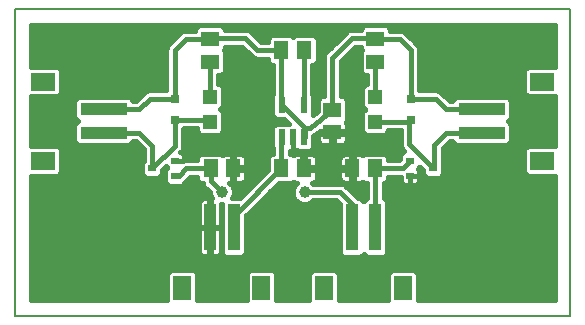
<source format=gtl>
G75*
%MOIN*%
%OFA0B0*%
%FSLAX25Y25*%
%IPPOS*%
%LPD*%
%AMOC8*
5,1,8,0,0,1.08239X$1,22.5*
%
%ADD10C,0.00800*%
%ADD11R,0.05118X0.05906*%
%ADD12R,0.05906X0.05118*%
%ADD13R,0.04724X0.04724*%
%ADD14R,0.03150X0.02756*%
%ADD15R,0.02559X0.02362*%
%ADD16R,0.07874X0.05906*%
%ADD17R,0.15748X0.03937*%
%ADD18R,0.02200X0.05200*%
%ADD19R,0.05906X0.07874*%
%ADD20R,0.03937X0.15748*%
%ADD21C,0.01600*%
%ADD22C,0.03962*%
D10*
X0001800Y0001800D02*
X0186839Y0001800D01*
X0186839Y0104162D01*
X0001800Y0104162D01*
X0001800Y0001800D01*
D11*
X0066957Y0051013D03*
X0074438Y0051013D03*
X0090580Y0051013D03*
X0098060Y0051013D03*
X0114202Y0051013D03*
X0121682Y0051013D03*
X0098060Y0090383D03*
X0090580Y0090383D03*
D12*
X0066761Y0094123D03*
X0066761Y0086643D03*
X0107568Y0070501D03*
X0107568Y0063020D03*
X0121879Y0086643D03*
X0121879Y0094123D03*
D13*
X0121879Y0074831D03*
X0121879Y0066564D03*
X0066761Y0066564D03*
X0066761Y0074831D03*
D14*
X0054950Y0074241D03*
X0054950Y0067154D03*
X0133690Y0067154D03*
X0133690Y0074241D03*
D15*
X0133493Y0053572D03*
X0141170Y0051013D03*
X0133493Y0048454D03*
X0055146Y0048454D03*
X0047469Y0051013D03*
X0055146Y0053572D03*
D16*
X0011249Y0053572D03*
X0011249Y0079950D03*
X0177391Y0079950D03*
X0177391Y0053572D03*
D17*
X0157312Y0062824D03*
X0157312Y0070698D03*
X0031328Y0070698D03*
X0031328Y0062824D03*
D18*
X0090620Y0061361D03*
X0094320Y0061361D03*
X0098020Y0061361D03*
X0098020Y0072161D03*
X0090620Y0072161D03*
D19*
X0083887Y0011249D03*
X0104753Y0011249D03*
X0131131Y0011249D03*
X0057509Y0011249D03*
D20*
X0066761Y0031328D03*
X0074635Y0031328D03*
X0114005Y0031328D03*
X0121879Y0031328D03*
D21*
X0121879Y0050816D01*
X0121682Y0051013D01*
X0130934Y0051013D01*
X0133493Y0053572D01*
X0130213Y0054252D02*
X0129774Y0053813D01*
X0126241Y0053813D01*
X0126241Y0054794D01*
X0125069Y0055965D01*
X0118294Y0055965D01*
X0117783Y0055454D01*
X0117455Y0055643D01*
X0116998Y0055765D01*
X0114681Y0055765D01*
X0114681Y0051492D01*
X0113722Y0051492D01*
X0113722Y0050533D01*
X0114681Y0050533D01*
X0114681Y0046260D01*
X0116998Y0046260D01*
X0117455Y0046383D01*
X0117783Y0046572D01*
X0118294Y0046060D01*
X0119079Y0046060D01*
X0119079Y0041198D01*
X0117942Y0040061D01*
X0116802Y0041202D01*
X0115965Y0041202D01*
X0115591Y0041575D01*
X0111654Y0045512D01*
X0110625Y0045939D01*
X0101087Y0045939D01*
X0100766Y0046260D01*
X0100856Y0046260D01*
X0101314Y0046383D01*
X0101724Y0046619D01*
X0102059Y0046955D01*
X0102296Y0047365D01*
X0102419Y0047823D01*
X0102419Y0050533D01*
X0098539Y0050533D01*
X0098539Y0051492D01*
X0097580Y0051492D01*
X0097580Y0055765D01*
X0095264Y0055765D01*
X0094806Y0055643D01*
X0094479Y0055454D01*
X0093967Y0055965D01*
X0093380Y0055965D01*
X0093380Y0056961D01*
X0094320Y0056961D01*
X0095657Y0056961D01*
X0095842Y0057010D01*
X0096091Y0056761D01*
X0099948Y0056761D01*
X0101120Y0057932D01*
X0101120Y0061889D01*
X0101477Y0061994D01*
X0101597Y0062091D01*
X0101740Y0062150D01*
X0102028Y0062438D01*
X0103345Y0063500D01*
X0107088Y0063500D01*
X0107088Y0062541D01*
X0102815Y0062541D01*
X0102815Y0060224D01*
X0102938Y0059767D01*
X0103175Y0059356D01*
X0103510Y0059021D01*
X0103920Y0058784D01*
X0104378Y0058661D01*
X0107088Y0058661D01*
X0107088Y0062541D01*
X0108047Y0062541D01*
X0108047Y0058661D01*
X0110757Y0058661D01*
X0111215Y0058784D01*
X0111626Y0059021D01*
X0111961Y0059356D01*
X0112198Y0059767D01*
X0112320Y0060224D01*
X0112320Y0062541D01*
X0108047Y0062541D01*
X0108047Y0063500D01*
X0112320Y0063500D01*
X0112320Y0065816D01*
X0112198Y0066274D01*
X0112009Y0066602D01*
X0112520Y0067113D01*
X0112520Y0073888D01*
X0111349Y0075060D01*
X0110368Y0075060D01*
X0110368Y0086723D01*
X0115165Y0091520D01*
X0116926Y0091520D01*
X0116926Y0090735D01*
X0117279Y0090383D01*
X0116926Y0090030D01*
X0116926Y0083255D01*
X0118098Y0082083D01*
X0119079Y0082083D01*
X0119079Y0079194D01*
X0118688Y0079194D01*
X0117517Y0078022D01*
X0117517Y0071641D01*
X0118460Y0070698D01*
X0117517Y0069754D01*
X0117517Y0063373D01*
X0118688Y0062202D01*
X0125069Y0062202D01*
X0126241Y0063373D01*
X0126241Y0063764D01*
X0130299Y0063764D01*
X0130299Y0058527D01*
X0130725Y0057497D01*
X0131470Y0056753D01*
X0131385Y0056753D01*
X0130213Y0055581D01*
X0130213Y0054252D01*
X0130213Y0054551D02*
X0126241Y0054551D01*
X0130782Y0056149D02*
X0093380Y0056149D01*
X0094320Y0056961D02*
X0094320Y0061360D01*
X0094320Y0056961D01*
X0094320Y0057748D02*
X0094320Y0057748D01*
X0094320Y0059346D02*
X0094320Y0059346D01*
X0094320Y0060945D02*
X0094320Y0060945D01*
X0094320Y0061360D02*
X0094320Y0061360D01*
X0098020Y0061361D02*
X0098257Y0061598D01*
X0098257Y0064524D01*
X0100154Y0064524D01*
X0107568Y0070501D01*
X0107568Y0087883D01*
X0114005Y0094320D01*
X0121682Y0094320D01*
X0121879Y0094123D01*
X0129950Y0094123D01*
X0133690Y0090383D01*
X0133690Y0074241D01*
X0141957Y0074241D01*
X0145501Y0070698D01*
X0157312Y0070698D01*
X0166014Y0074666D02*
X0167186Y0073495D01*
X0167186Y0067901D01*
X0166046Y0066761D01*
X0167186Y0065621D01*
X0167186Y0060027D01*
X0166014Y0058855D01*
X0148609Y0058855D01*
X0147441Y0060024D01*
X0146661Y0060024D01*
X0144364Y0057727D01*
X0144364Y0053108D01*
X0144450Y0053022D01*
X0144450Y0049003D01*
X0143278Y0047831D01*
X0139062Y0047831D01*
X0137891Y0049003D01*
X0137891Y0050332D01*
X0136717Y0051506D01*
X0136081Y0050871D01*
X0136213Y0050740D01*
X0136450Y0050329D01*
X0136572Y0049872D01*
X0136572Y0048454D01*
X0133493Y0048454D01*
X0133493Y0048453D01*
X0133493Y0045472D01*
X0135009Y0045472D01*
X0135467Y0045595D01*
X0135878Y0045832D01*
X0136213Y0046167D01*
X0136450Y0046578D01*
X0136572Y0047035D01*
X0136572Y0048453D01*
X0133493Y0048453D01*
X0133493Y0048453D01*
X0133493Y0045472D01*
X0131976Y0045472D01*
X0131519Y0045595D01*
X0131108Y0045832D01*
X0130773Y0046167D01*
X0130536Y0046578D01*
X0130413Y0047035D01*
X0130413Y0048213D01*
X0126241Y0048213D01*
X0126241Y0047231D01*
X0125069Y0046060D01*
X0124679Y0046060D01*
X0124679Y0041198D01*
X0125847Y0040030D01*
X0125847Y0022625D01*
X0124676Y0021454D01*
X0119082Y0021454D01*
X0117942Y0022594D01*
X0116802Y0021454D01*
X0111208Y0021454D01*
X0110036Y0022625D01*
X0110036Y0039210D01*
X0108908Y0040339D01*
X0101087Y0040339D01*
X0100512Y0039764D01*
X0099049Y0039157D01*
X0097465Y0039157D01*
X0096002Y0039764D01*
X0094882Y0040883D01*
X0094276Y0042347D01*
X0094276Y0043930D01*
X0094882Y0045394D01*
X0095748Y0046260D01*
X0095264Y0046260D01*
X0094806Y0046383D01*
X0094479Y0046572D01*
X0093967Y0046060D01*
X0089587Y0046060D01*
X0078603Y0035076D01*
X0078603Y0022625D01*
X0077432Y0021454D01*
X0071838Y0021454D01*
X0070666Y0022625D01*
X0070666Y0039157D01*
X0070529Y0039157D01*
X0070529Y0031512D01*
X0066945Y0031512D01*
X0066576Y0031512D01*
X0066576Y0031143D01*
X0062992Y0031143D01*
X0062992Y0023217D01*
X0063115Y0022759D01*
X0063352Y0022348D01*
X0063687Y0022013D01*
X0064097Y0021776D01*
X0064555Y0021654D01*
X0066576Y0021654D01*
X0066576Y0031143D01*
X0066945Y0031143D01*
X0066945Y0021654D01*
X0068966Y0021654D01*
X0069424Y0021776D01*
X0069834Y0022013D01*
X0070169Y0022348D01*
X0070406Y0022759D01*
X0070529Y0023217D01*
X0070529Y0031143D01*
X0066945Y0031143D01*
X0066945Y0031512D01*
X0066945Y0041002D01*
X0067274Y0041002D01*
X0066717Y0042347D01*
X0066717Y0043160D01*
X0064584Y0045293D01*
X0064266Y0046060D01*
X0063570Y0046060D01*
X0062398Y0047231D01*
X0062398Y0048213D01*
X0060046Y0048213D01*
X0058426Y0046592D01*
X0058426Y0046444D01*
X0057254Y0045272D01*
X0053038Y0045272D01*
X0051867Y0046444D01*
X0051867Y0050463D01*
X0052558Y0051154D01*
X0052427Y0051285D01*
X0052190Y0051696D01*
X0052173Y0051757D01*
X0050749Y0050332D01*
X0050749Y0049003D01*
X0049577Y0047831D01*
X0045361Y0047831D01*
X0044190Y0049003D01*
X0044190Y0053022D01*
X0044669Y0053502D01*
X0044669Y0057333D01*
X0041979Y0060024D01*
X0041198Y0060024D01*
X0040030Y0058855D01*
X0022625Y0058855D01*
X0021454Y0060027D01*
X0021454Y0065621D01*
X0022594Y0066761D01*
X0021454Y0067901D01*
X0021454Y0073495D01*
X0022625Y0074666D01*
X0040030Y0074666D01*
X0041198Y0073498D01*
X0041979Y0073498D01*
X0045096Y0076615D01*
X0046125Y0077041D01*
X0051968Y0077041D01*
X0052150Y0077222D01*
X0052150Y0090940D01*
X0052576Y0091969D01*
X0053364Y0092756D01*
X0053364Y0092756D01*
X0057104Y0096497D01*
X0058133Y0096923D01*
X0061808Y0096923D01*
X0061808Y0097510D01*
X0062979Y0098682D01*
X0070542Y0098682D01*
X0071713Y0097510D01*
X0071713Y0097120D01*
X0079129Y0097120D01*
X0080158Y0096693D01*
X0080945Y0095906D01*
X0083668Y0093183D01*
X0086020Y0093183D01*
X0086020Y0094164D01*
X0087192Y0095335D01*
X0093967Y0095335D01*
X0094320Y0094983D01*
X0094672Y0095335D01*
X0101447Y0095335D01*
X0102619Y0094164D01*
X0102619Y0086601D01*
X0101447Y0085430D01*
X0100860Y0085430D01*
X0100860Y0075849D01*
X0101120Y0075589D01*
X0101120Y0068899D01*
X0102615Y0070105D01*
X0102615Y0073888D01*
X0103787Y0075060D01*
X0104768Y0075060D01*
X0104768Y0088440D01*
X0105194Y0089469D01*
X0111631Y0095906D01*
X0112419Y0096693D01*
X0113448Y0097120D01*
X0116926Y0097120D01*
X0116926Y0097510D01*
X0118098Y0098682D01*
X0125660Y0098682D01*
X0126831Y0097510D01*
X0126831Y0096923D01*
X0130507Y0096923D01*
X0131536Y0096497D01*
X0135276Y0092756D01*
X0136063Y0091969D01*
X0136490Y0090940D01*
X0136490Y0077222D01*
X0136671Y0077041D01*
X0142514Y0077041D01*
X0143544Y0076615D01*
X0146661Y0073498D01*
X0147441Y0073498D01*
X0148609Y0074666D01*
X0166014Y0074666D01*
X0166947Y0073733D02*
X0181639Y0073733D01*
X0181639Y0074997D02*
X0181639Y0058524D01*
X0172625Y0058524D01*
X0171454Y0057353D01*
X0171454Y0049790D01*
X0172625Y0048619D01*
X0181639Y0048619D01*
X0181639Y0007000D01*
X0136083Y0007000D01*
X0136083Y0016014D01*
X0134912Y0017186D01*
X0127350Y0017186D01*
X0126178Y0016014D01*
X0126178Y0007000D01*
X0109705Y0007000D01*
X0109705Y0016014D01*
X0108534Y0017186D01*
X0100972Y0017186D01*
X0099800Y0016014D01*
X0099800Y0007000D01*
X0088839Y0007000D01*
X0088839Y0016014D01*
X0087668Y0017186D01*
X0080105Y0017186D01*
X0078934Y0016014D01*
X0078934Y0007000D01*
X0062461Y0007000D01*
X0062461Y0016014D01*
X0061290Y0017186D01*
X0053727Y0017186D01*
X0052556Y0016014D01*
X0052556Y0007000D01*
X0007000Y0007000D01*
X0007000Y0048619D01*
X0016014Y0048619D01*
X0017186Y0049790D01*
X0017186Y0057353D01*
X0016014Y0058524D01*
X0007000Y0058524D01*
X0007000Y0074997D01*
X0016014Y0074997D01*
X0017186Y0076168D01*
X0017186Y0083731D01*
X0016014Y0084902D01*
X0007000Y0084902D01*
X0007000Y0098962D01*
X0181639Y0098962D01*
X0181639Y0084902D01*
X0172625Y0084902D01*
X0171454Y0083731D01*
X0171454Y0076168D01*
X0172625Y0074997D01*
X0181639Y0074997D01*
X0181639Y0072134D02*
X0167186Y0072134D01*
X0167186Y0070536D02*
X0181639Y0070536D01*
X0181639Y0068937D02*
X0167186Y0068937D01*
X0166624Y0067339D02*
X0181639Y0067339D01*
X0181639Y0065740D02*
X0167066Y0065740D01*
X0167186Y0064142D02*
X0181639Y0064142D01*
X0181639Y0062543D02*
X0167186Y0062543D01*
X0167186Y0060945D02*
X0181639Y0060945D01*
X0181639Y0059346D02*
X0166506Y0059346D01*
X0171849Y0057748D02*
X0144385Y0057748D01*
X0141564Y0058887D02*
X0141564Y0051406D01*
X0141170Y0051013D01*
X0133099Y0059083D01*
X0133099Y0066564D01*
X0133690Y0067154D01*
X0133099Y0066564D02*
X0121879Y0066564D01*
X0117517Y0067339D02*
X0112520Y0067339D01*
X0112320Y0065740D02*
X0117517Y0065740D01*
X0117517Y0064142D02*
X0112320Y0064142D01*
X0108047Y0062543D02*
X0118346Y0062543D01*
X0112320Y0060945D02*
X0130299Y0060945D01*
X0130299Y0059346D02*
X0111951Y0059346D01*
X0108047Y0059346D02*
X0107088Y0059346D01*
X0107088Y0060945D02*
X0108047Y0060945D01*
X0107088Y0062543D02*
X0102159Y0062543D01*
X0102815Y0060945D02*
X0101120Y0060945D01*
X0101120Y0059346D02*
X0103184Y0059346D01*
X0100935Y0057748D02*
X0130622Y0057748D01*
X0130299Y0062543D02*
X0125411Y0062543D01*
X0117517Y0068937D02*
X0112520Y0068937D01*
X0112520Y0070536D02*
X0118298Y0070536D01*
X0117517Y0072134D02*
X0112520Y0072134D01*
X0112520Y0073733D02*
X0117517Y0073733D01*
X0117517Y0075332D02*
X0110368Y0075332D01*
X0110368Y0076930D02*
X0117517Y0076930D01*
X0118023Y0078529D02*
X0110368Y0078529D01*
X0110368Y0080127D02*
X0119079Y0080127D01*
X0119079Y0081726D02*
X0110368Y0081726D01*
X0110368Y0083324D02*
X0116926Y0083324D01*
X0116926Y0084923D02*
X0110368Y0084923D01*
X0110368Y0086521D02*
X0116926Y0086521D01*
X0116926Y0088120D02*
X0111764Y0088120D01*
X0113363Y0089718D02*
X0116926Y0089718D01*
X0116926Y0091317D02*
X0114961Y0091317D01*
X0110239Y0094514D02*
X0102269Y0094514D01*
X0102619Y0092915D02*
X0108640Y0092915D01*
X0107042Y0091317D02*
X0102619Y0091317D01*
X0102619Y0089718D02*
X0105443Y0089718D01*
X0104768Y0088120D02*
X0102619Y0088120D01*
X0102538Y0086521D02*
X0104768Y0086521D01*
X0104768Y0084923D02*
X0100860Y0084923D01*
X0100860Y0083324D02*
X0104768Y0083324D01*
X0104768Y0081726D02*
X0100860Y0081726D01*
X0100860Y0080127D02*
X0104768Y0080127D01*
X0104768Y0078529D02*
X0100860Y0078529D01*
X0100860Y0076930D02*
X0104768Y0076930D01*
X0104768Y0075332D02*
X0101120Y0075332D01*
X0101120Y0073733D02*
X0102615Y0073733D01*
X0102615Y0072134D02*
X0101120Y0072134D01*
X0101120Y0070536D02*
X0102615Y0070536D01*
X0101167Y0068937D02*
X0101120Y0068937D01*
X0098060Y0072161D02*
X0098060Y0090383D01*
X0090580Y0090383D02*
X0082509Y0090383D01*
X0078572Y0094320D01*
X0066957Y0094320D01*
X0066761Y0094123D01*
X0058690Y0094123D01*
X0054950Y0090383D01*
X0054950Y0074241D01*
X0046682Y0074241D01*
X0043139Y0070698D01*
X0031328Y0070698D01*
X0021454Y0070536D02*
X0007000Y0070536D01*
X0007000Y0068937D02*
X0021454Y0068937D01*
X0022015Y0067339D02*
X0007000Y0067339D01*
X0007000Y0065740D02*
X0021573Y0065740D01*
X0021454Y0064142D02*
X0007000Y0064142D01*
X0007000Y0062543D02*
X0021454Y0062543D01*
X0021454Y0060945D02*
X0007000Y0060945D01*
X0007000Y0059346D02*
X0022134Y0059346D01*
X0016791Y0057748D02*
X0044255Y0057748D01*
X0044669Y0056149D02*
X0017186Y0056149D01*
X0017186Y0054551D02*
X0044669Y0054551D01*
X0044190Y0052952D02*
X0017186Y0052952D01*
X0017186Y0051354D02*
X0044190Y0051354D01*
X0044190Y0049755D02*
X0017151Y0049755D01*
X0007000Y0048157D02*
X0045036Y0048157D01*
X0047469Y0051013D02*
X0047469Y0058493D01*
X0043139Y0062824D01*
X0031328Y0062824D01*
X0040521Y0059346D02*
X0042656Y0059346D01*
X0047469Y0051013D02*
X0054950Y0058493D01*
X0054950Y0067154D01*
X0066170Y0067154D01*
X0066761Y0066564D01*
X0071123Y0067339D02*
X0091482Y0067339D01*
X0091260Y0067561D02*
X0093060Y0065761D01*
X0092983Y0065761D01*
X0092798Y0065711D01*
X0092548Y0065961D01*
X0088691Y0065961D01*
X0087520Y0064789D01*
X0087520Y0057932D01*
X0087780Y0057672D01*
X0087780Y0055965D01*
X0087192Y0055965D01*
X0086020Y0054794D01*
X0086020Y0050413D01*
X0076809Y0041202D01*
X0074204Y0041202D01*
X0074679Y0042347D01*
X0074679Y0043930D01*
X0074073Y0045394D01*
X0073206Y0046260D01*
X0073958Y0046260D01*
X0073958Y0050533D01*
X0074917Y0050533D01*
X0074917Y0046260D01*
X0077234Y0046260D01*
X0077692Y0046383D01*
X0078102Y0046619D01*
X0078437Y0046955D01*
X0078674Y0047365D01*
X0078797Y0047823D01*
X0078797Y0050533D01*
X0074917Y0050533D01*
X0074917Y0051492D01*
X0073958Y0051492D01*
X0073958Y0055765D01*
X0071642Y0055765D01*
X0071184Y0055643D01*
X0070857Y0055454D01*
X0070345Y0055965D01*
X0063570Y0055965D01*
X0062398Y0054794D01*
X0062398Y0053813D01*
X0058330Y0053813D01*
X0058226Y0053770D01*
X0058226Y0054990D01*
X0058103Y0055448D01*
X0057866Y0055858D01*
X0057531Y0056193D01*
X0057121Y0056430D01*
X0056905Y0056488D01*
X0057323Y0056907D01*
X0057750Y0057936D01*
X0057750Y0064173D01*
X0057931Y0064354D01*
X0062398Y0064354D01*
X0062398Y0063373D01*
X0063570Y0062202D01*
X0069951Y0062202D01*
X0071123Y0063373D01*
X0071123Y0069754D01*
X0070180Y0070698D01*
X0071123Y0071641D01*
X0071123Y0078022D01*
X0069951Y0079194D01*
X0069561Y0079194D01*
X0069561Y0082083D01*
X0070542Y0082083D01*
X0071713Y0083255D01*
X0071713Y0090030D01*
X0071361Y0090383D01*
X0071713Y0090735D01*
X0071713Y0091520D01*
X0077412Y0091520D01*
X0080923Y0088009D01*
X0081952Y0087583D01*
X0086020Y0087583D01*
X0086020Y0086601D01*
X0087192Y0085430D01*
X0087780Y0085430D01*
X0087780Y0075849D01*
X0087520Y0075589D01*
X0087520Y0068732D01*
X0088691Y0067561D01*
X0091260Y0067561D01*
X0092768Y0065740D02*
X0092907Y0065740D01*
X0088471Y0065740D02*
X0071123Y0065740D01*
X0071123Y0064142D02*
X0087520Y0064142D01*
X0087520Y0062543D02*
X0070293Y0062543D01*
X0070698Y0058887D02*
X0062824Y0058887D01*
X0057509Y0053572D01*
X0055146Y0053572D01*
X0055147Y0053572D02*
X0057748Y0053572D01*
X0057748Y0053572D01*
X0055147Y0053572D01*
X0055147Y0053572D01*
X0058226Y0054551D02*
X0062398Y0054551D01*
X0058887Y0051013D02*
X0066957Y0051013D01*
X0066957Y0046879D01*
X0070698Y0043139D01*
X0074437Y0041763D02*
X0077370Y0041763D01*
X0078968Y0043361D02*
X0074679Y0043361D01*
X0074252Y0044960D02*
X0080567Y0044960D01*
X0082165Y0046558D02*
X0077996Y0046558D01*
X0078797Y0048157D02*
X0083764Y0048157D01*
X0085362Y0049755D02*
X0078797Y0049755D01*
X0078797Y0051492D02*
X0074917Y0051492D01*
X0074917Y0055765D01*
X0077234Y0055765D01*
X0077692Y0055643D01*
X0078102Y0055406D01*
X0078437Y0055071D01*
X0078674Y0054660D01*
X0078797Y0054202D01*
X0078797Y0051492D01*
X0078797Y0052952D02*
X0086020Y0052952D01*
X0086020Y0051354D02*
X0074917Y0051354D01*
X0074635Y0051209D02*
X0074438Y0051013D01*
X0074635Y0051209D02*
X0074635Y0054950D01*
X0070698Y0058887D01*
X0073958Y0054551D02*
X0074917Y0054551D01*
X0074917Y0052952D02*
X0073958Y0052952D01*
X0078703Y0054551D02*
X0086020Y0054551D01*
X0087780Y0056149D02*
X0057575Y0056149D01*
X0057672Y0057748D02*
X0087704Y0057748D01*
X0087520Y0059346D02*
X0057750Y0059346D01*
X0057750Y0060945D02*
X0087520Y0060945D01*
X0090580Y0061361D02*
X0090580Y0051013D01*
X0074635Y0035068D01*
X0074635Y0031328D01*
X0078603Y0030573D02*
X0110036Y0030573D01*
X0110036Y0028975D02*
X0078603Y0028975D01*
X0078603Y0027376D02*
X0110036Y0027376D01*
X0110036Y0025778D02*
X0078603Y0025778D01*
X0078603Y0024179D02*
X0110036Y0024179D01*
X0110081Y0022581D02*
X0078559Y0022581D01*
X0070711Y0022581D02*
X0070304Y0022581D01*
X0070529Y0024179D02*
X0070666Y0024179D01*
X0070666Y0025778D02*
X0070529Y0025778D01*
X0070529Y0027376D02*
X0070666Y0027376D01*
X0070666Y0028975D02*
X0070529Y0028975D01*
X0070529Y0030573D02*
X0070666Y0030573D01*
X0070666Y0032172D02*
X0070529Y0032172D01*
X0070529Y0033770D02*
X0070666Y0033770D01*
X0070666Y0035369D02*
X0070529Y0035369D01*
X0070529Y0036967D02*
X0070666Y0036967D01*
X0070666Y0038566D02*
X0070529Y0038566D01*
X0066945Y0038566D02*
X0066576Y0038566D01*
X0066576Y0040164D02*
X0066945Y0040164D01*
X0066576Y0041002D02*
X0064555Y0041002D01*
X0064097Y0040879D01*
X0063687Y0040642D01*
X0063352Y0040307D01*
X0063115Y0039896D01*
X0062992Y0039439D01*
X0062992Y0031512D01*
X0066576Y0031512D01*
X0066576Y0041002D01*
X0066958Y0041763D02*
X0007000Y0041763D01*
X0007000Y0043361D02*
X0066515Y0043361D01*
X0064917Y0044960D02*
X0007000Y0044960D01*
X0007000Y0046558D02*
X0051867Y0046558D01*
X0051867Y0048157D02*
X0049903Y0048157D01*
X0050749Y0049755D02*
X0051867Y0049755D01*
X0051770Y0051354D02*
X0052387Y0051354D01*
X0055146Y0048454D02*
X0056328Y0048454D01*
X0058887Y0051013D01*
X0059991Y0048157D02*
X0062398Y0048157D01*
X0063072Y0046558D02*
X0058426Y0046558D01*
X0063269Y0040164D02*
X0007000Y0040164D01*
X0007000Y0038566D02*
X0062992Y0038566D01*
X0062992Y0036967D02*
X0007000Y0036967D01*
X0007000Y0035369D02*
X0062992Y0035369D01*
X0062992Y0033770D02*
X0007000Y0033770D01*
X0007000Y0032172D02*
X0062992Y0032172D01*
X0062992Y0030573D02*
X0007000Y0030573D01*
X0007000Y0028975D02*
X0062992Y0028975D01*
X0062992Y0027376D02*
X0007000Y0027376D01*
X0007000Y0025778D02*
X0062992Y0025778D01*
X0062992Y0024179D02*
X0007000Y0024179D01*
X0007000Y0022581D02*
X0063218Y0022581D01*
X0066576Y0022581D02*
X0066945Y0022581D01*
X0066945Y0024179D02*
X0066576Y0024179D01*
X0066576Y0025778D02*
X0066945Y0025778D01*
X0066945Y0027376D02*
X0066576Y0027376D01*
X0066576Y0028975D02*
X0066945Y0028975D01*
X0066945Y0030573D02*
X0066576Y0030573D01*
X0066576Y0032172D02*
X0066945Y0032172D01*
X0066945Y0033770D02*
X0066576Y0033770D01*
X0066576Y0035369D02*
X0066945Y0035369D01*
X0066945Y0036967D02*
X0066576Y0036967D01*
X0078895Y0035369D02*
X0110036Y0035369D01*
X0110036Y0036967D02*
X0080494Y0036967D01*
X0082092Y0038566D02*
X0110036Y0038566D01*
X0109082Y0040164D02*
X0100912Y0040164D01*
X0098257Y0043139D02*
X0110068Y0043139D01*
X0114005Y0039202D01*
X0114005Y0031328D01*
X0110036Y0032172D02*
X0078603Y0032172D01*
X0078603Y0033770D02*
X0110036Y0033770D01*
X0117839Y0040164D02*
X0118045Y0040164D01*
X0119079Y0041763D02*
X0115403Y0041763D01*
X0113805Y0043361D02*
X0119079Y0043361D01*
X0119079Y0044960D02*
X0112206Y0044960D01*
X0111406Y0046260D02*
X0110948Y0046383D01*
X0110537Y0046619D01*
X0110202Y0046955D01*
X0109965Y0047365D01*
X0109843Y0047823D01*
X0109843Y0050533D01*
X0113722Y0050533D01*
X0113722Y0046260D01*
X0111406Y0046260D01*
X0110643Y0046558D02*
X0101618Y0046558D01*
X0102419Y0048157D02*
X0109843Y0048157D01*
X0109843Y0049755D02*
X0102419Y0049755D01*
X0102419Y0051492D02*
X0098539Y0051492D01*
X0098539Y0055765D01*
X0100856Y0055765D01*
X0101314Y0055643D01*
X0101724Y0055406D01*
X0102059Y0055071D01*
X0102296Y0054660D01*
X0102419Y0054202D01*
X0102419Y0051492D01*
X0102419Y0052952D02*
X0109843Y0052952D01*
X0109843Y0054202D02*
X0109843Y0051492D01*
X0113722Y0051492D01*
X0113722Y0055765D01*
X0111406Y0055765D01*
X0110948Y0055643D01*
X0110537Y0055406D01*
X0110202Y0055071D01*
X0109965Y0054660D01*
X0109843Y0054202D01*
X0109936Y0054551D02*
X0102326Y0054551D01*
X0098539Y0054551D02*
X0097580Y0054551D01*
X0097580Y0052952D02*
X0098539Y0052952D01*
X0098539Y0051354D02*
X0113722Y0051354D01*
X0113722Y0052952D02*
X0114681Y0052952D01*
X0114681Y0054551D02*
X0113722Y0054551D01*
X0113722Y0049755D02*
X0114681Y0049755D01*
X0114681Y0048157D02*
X0113722Y0048157D01*
X0113722Y0046558D02*
X0114681Y0046558D01*
X0117760Y0046558D02*
X0117796Y0046558D01*
X0124679Y0044960D02*
X0181639Y0044960D01*
X0181639Y0046558D02*
X0136439Y0046558D01*
X0136572Y0048157D02*
X0138737Y0048157D01*
X0137891Y0049755D02*
X0136572Y0049755D01*
X0136564Y0051354D02*
X0136869Y0051354D01*
X0133493Y0048157D02*
X0133493Y0048157D01*
X0130413Y0048157D02*
X0126241Y0048157D01*
X0125568Y0046558D02*
X0130547Y0046558D01*
X0133493Y0046558D02*
X0133493Y0046558D01*
X0124679Y0043361D02*
X0181639Y0043361D01*
X0181639Y0041763D02*
X0124679Y0041763D01*
X0125713Y0040164D02*
X0181639Y0040164D01*
X0181639Y0038566D02*
X0125847Y0038566D01*
X0125847Y0036967D02*
X0181639Y0036967D01*
X0181639Y0035369D02*
X0125847Y0035369D01*
X0125847Y0033770D02*
X0181639Y0033770D01*
X0181639Y0032172D02*
X0125847Y0032172D01*
X0125847Y0030573D02*
X0181639Y0030573D01*
X0181639Y0028975D02*
X0125847Y0028975D01*
X0125847Y0027376D02*
X0181639Y0027376D01*
X0181639Y0025778D02*
X0125847Y0025778D01*
X0125847Y0024179D02*
X0181639Y0024179D01*
X0181639Y0022581D02*
X0125803Y0022581D01*
X0117955Y0022581D02*
X0117929Y0022581D01*
X0109533Y0016187D02*
X0126350Y0016187D01*
X0126178Y0014588D02*
X0109705Y0014588D01*
X0109705Y0012990D02*
X0126178Y0012990D01*
X0126178Y0011391D02*
X0109705Y0011391D01*
X0109705Y0009793D02*
X0126178Y0009793D01*
X0126178Y0008194D02*
X0109705Y0008194D01*
X0099800Y0008194D02*
X0088839Y0008194D01*
X0088839Y0009793D02*
X0099800Y0009793D01*
X0099800Y0011391D02*
X0088839Y0011391D01*
X0088839Y0012990D02*
X0099800Y0012990D01*
X0099800Y0014588D02*
X0088839Y0014588D01*
X0088667Y0016187D02*
X0099972Y0016187D01*
X0079106Y0016187D02*
X0062289Y0016187D01*
X0062461Y0014588D02*
X0078934Y0014588D01*
X0078934Y0012990D02*
X0062461Y0012990D01*
X0062461Y0011391D02*
X0078934Y0011391D01*
X0078934Y0009793D02*
X0062461Y0009793D01*
X0062461Y0008194D02*
X0078934Y0008194D01*
X0052556Y0008194D02*
X0007000Y0008194D01*
X0007000Y0009793D02*
X0052556Y0009793D01*
X0052556Y0011391D02*
X0007000Y0011391D01*
X0007000Y0012990D02*
X0052556Y0012990D01*
X0052556Y0014588D02*
X0007000Y0014588D01*
X0007000Y0016187D02*
X0052728Y0016187D01*
X0083691Y0040164D02*
X0095601Y0040164D01*
X0094517Y0041763D02*
X0085290Y0041763D01*
X0086888Y0043361D02*
X0094276Y0043361D01*
X0094702Y0044960D02*
X0088487Y0044960D01*
X0094465Y0046558D02*
X0094501Y0046558D01*
X0074917Y0046558D02*
X0073958Y0046558D01*
X0073958Y0048157D02*
X0074917Y0048157D01*
X0074917Y0049755D02*
X0073958Y0049755D01*
X0090580Y0061361D02*
X0090620Y0061361D01*
X0098257Y0064524D02*
X0090620Y0072161D01*
X0090620Y0070461D01*
X0090620Y0072161D02*
X0090580Y0072161D01*
X0090580Y0090383D01*
X0086370Y0094514D02*
X0082337Y0094514D01*
X0080739Y0096112D02*
X0111837Y0096112D01*
X0117126Y0097711D02*
X0071513Y0097711D01*
X0062008Y0097711D02*
X0007000Y0097711D01*
X0007000Y0096112D02*
X0056719Y0096112D01*
X0055121Y0094514D02*
X0007000Y0094514D01*
X0007000Y0092915D02*
X0053522Y0092915D01*
X0052306Y0091317D02*
X0007000Y0091317D01*
X0007000Y0089718D02*
X0052150Y0089718D01*
X0052150Y0088120D02*
X0007000Y0088120D01*
X0007000Y0086521D02*
X0052150Y0086521D01*
X0052150Y0084923D02*
X0007000Y0084923D01*
X0017186Y0083324D02*
X0052150Y0083324D01*
X0052150Y0081726D02*
X0017186Y0081726D01*
X0017186Y0080127D02*
X0052150Y0080127D01*
X0052150Y0078529D02*
X0017186Y0078529D01*
X0017186Y0076930D02*
X0045857Y0076930D01*
X0043813Y0075332D02*
X0016349Y0075332D01*
X0021692Y0073733D02*
X0007000Y0073733D01*
X0007000Y0072134D02*
X0021454Y0072134D01*
X0040963Y0073733D02*
X0042214Y0073733D01*
X0057750Y0064142D02*
X0062398Y0064142D01*
X0063228Y0062543D02*
X0057750Y0062543D01*
X0071123Y0068937D02*
X0087520Y0068937D01*
X0087520Y0070536D02*
X0070341Y0070536D01*
X0071123Y0072134D02*
X0087520Y0072134D01*
X0087520Y0073733D02*
X0071123Y0073733D01*
X0071123Y0075332D02*
X0087520Y0075332D01*
X0087780Y0076930D02*
X0071123Y0076930D01*
X0070616Y0078529D02*
X0087780Y0078529D01*
X0087780Y0080127D02*
X0069561Y0080127D01*
X0069561Y0081726D02*
X0087780Y0081726D01*
X0087780Y0083324D02*
X0071713Y0083324D01*
X0071713Y0084923D02*
X0087780Y0084923D01*
X0086101Y0086521D02*
X0071713Y0086521D01*
X0071713Y0088120D02*
X0080812Y0088120D01*
X0079213Y0089718D02*
X0071713Y0089718D01*
X0071713Y0091317D02*
X0077615Y0091317D01*
X0066761Y0086643D02*
X0066761Y0074831D01*
X0098020Y0072161D02*
X0098060Y0072161D01*
X0121879Y0074831D02*
X0121879Y0086643D01*
X0135117Y0092915D02*
X0181639Y0092915D01*
X0181639Y0091317D02*
X0136334Y0091317D01*
X0136490Y0089718D02*
X0181639Y0089718D01*
X0181639Y0088120D02*
X0136490Y0088120D01*
X0136490Y0086521D02*
X0181639Y0086521D01*
X0181639Y0084923D02*
X0136490Y0084923D01*
X0136490Y0083324D02*
X0171454Y0083324D01*
X0171454Y0081726D02*
X0136490Y0081726D01*
X0136490Y0080127D02*
X0171454Y0080127D01*
X0171454Y0078529D02*
X0136490Y0078529D01*
X0142782Y0076930D02*
X0171454Y0076930D01*
X0172290Y0075332D02*
X0144827Y0075332D01*
X0146425Y0073733D02*
X0147676Y0073733D01*
X0145501Y0062824D02*
X0141564Y0058887D01*
X0145983Y0059346D02*
X0148118Y0059346D01*
X0145501Y0062824D02*
X0157312Y0062824D01*
X0144364Y0056149D02*
X0171454Y0056149D01*
X0171454Y0054551D02*
X0144364Y0054551D01*
X0144450Y0052952D02*
X0171454Y0052952D01*
X0171454Y0051354D02*
X0144450Y0051354D01*
X0144450Y0049755D02*
X0171489Y0049755D01*
X0181639Y0048157D02*
X0143603Y0048157D01*
X0181639Y0020982D02*
X0007000Y0020982D01*
X0007000Y0019384D02*
X0181639Y0019384D01*
X0181639Y0017785D02*
X0007000Y0017785D01*
X0135911Y0016187D02*
X0181639Y0016187D01*
X0181639Y0014588D02*
X0136083Y0014588D01*
X0136083Y0012990D02*
X0181639Y0012990D01*
X0181639Y0011391D02*
X0136083Y0011391D01*
X0136083Y0009793D02*
X0181639Y0009793D01*
X0181639Y0008194D02*
X0136083Y0008194D01*
X0133519Y0094514D02*
X0181639Y0094514D01*
X0181639Y0096112D02*
X0131920Y0096112D01*
X0126631Y0097711D02*
X0181639Y0097711D01*
D22*
X0106131Y0051013D03*
X0098257Y0043139D03*
X0070698Y0043139D03*
X0078572Y0066761D03*
X0133690Y0039202D03*
M02*

</source>
